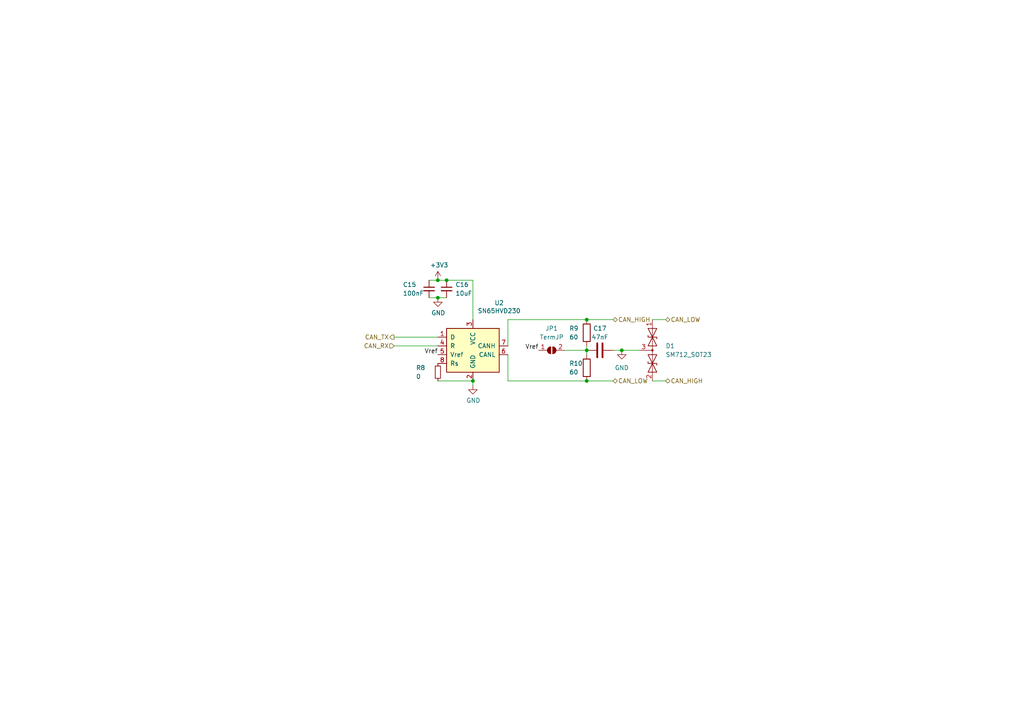
<source format=kicad_sch>
(kicad_sch (version 20231120) (generator "eeschema") (generator_version "8.0")
  (paper "A4")
  (lib_symbols
    (symbol "Device:C" (pin_numbers hide) (pin_names (offset 0.254))
      (property "Reference" "C" (at 0.635 2.54 0))
      (property "Value" "C" (at 0.635 -2.54 0))
      (symbol "C_0_1"
        (polyline (pts (xy -2.032 -0.762) (xy 2.032 -0.762)) (stroke (width 0.508)))
        (polyline (pts (xy -2.032 0.762) (xy 2.032 0.762)) (stroke (width 0.508)))
      )
      (symbol "C_1_1"
        (pin passive line (at 0 3.81 270) (length 2.794) (name "~") (number "1"))
        (pin passive line (at 0 -3.81 90) (length 2.794) (name "~") (number "2"))
      )
    )
    (symbol "Device:C_Small" (pin_numbers hide) (pin_names (offset 0.254) hide)
      (property "Reference" "C" (at 0.254 1.778 0))
      (property "Value" "C_Small" (at 0.254 -2.032 0))
      (symbol "C_Small_0_1"
        (polyline (pts (xy -1.524 -0.508) (xy 1.524 -0.508)) (stroke (width 0.3302)))
        (polyline (pts (xy -1.524 0.508) (xy 1.524 0.508)) (stroke (width 0.3048)))
      )
      (symbol "C_Small_1_1"
        (pin passive line (at 0 2.54 270) (length 2.032) (name "~") (number "1"))
        (pin passive line (at 0 -2.54 90) (length 2.032) (name "~") (number "2"))
      )
    )
    (symbol "Device:R" (pin_numbers hide) (pin_names (offset 0))
      (property "Reference" "R" (at 2.032 0 90))
      (property "Value" "R" (at 0 0 90))
      (symbol "R_0_1"
        (rectangle (start -1.016 -2.54) (end 1.016 2.54) (stroke (width 0.254)))
      )
      (symbol "R_1_1"
        (pin passive line (at 0 3.81 270) (length 1.27) (name "~") (number "1"))
        (pin passive line (at 0 -3.81 90) (length 1.27) (name "~") (number "2"))
      )
    )
    (symbol "Device:R_Small" (pin_numbers hide) (pin_names (offset 0.254) hide)
      (property "Reference" "R" (at 0.762 0.508 0))
      (property "Value" "R_Small" (at 0.762 -1.016 0))
      (symbol "R_Small_0_1"
        (rectangle (start -0.762 1.778) (end 0.762 -1.778) (stroke (width 0.2032)))
      )
      (symbol "R_Small_1_1"
        (pin passive line (at 0 2.54 270) (length 0.762) (name "~") (number "1"))
        (pin passive line (at 0 -2.54 90) (length 0.762) (name "~") (number "2"))
      )
    )
    (symbol "Diode:SM712_SOT23" (pin_names (offset 1.016) hide)
      (property "Reference" "D" (at 0 4.445 0))
      (property "Value" "SM712_SOT23" (at 0 2.54 0))
      (symbol "SM712_SOT23_0_0"
        (polyline (pts (xy 0 -1.27) (xy 0 0)))
      )
      (symbol "SM712_SOT23_0_1"
        (polyline (pts (xy -6.35 0) (xy 6.35 0)))
        (polyline (pts (xy -3.302 1.27) (xy -3.81 1.27) (xy -3.81 -1.27) (xy -4.318 -1.27)) (stroke (width 0.2032)))
        (polyline (pts (xy 4.318 1.27) (xy 3.81 1.27) (xy 3.81 -1.27) (xy 3.302 -1.27)) (stroke (width 0.2032)))
        (polyline (pts (xy -6.35 -1.27) (xy -1.27 1.27) (xy -1.27 -1.27) (xy -6.35 1.27) (xy -6.35 -1.27)) (stroke (width 0.2032)))
        (polyline (pts (xy 1.27 -1.27) (xy 1.27 1.27) (xy 6.35 -1.27) (xy 6.35 1.27) (xy 1.27 -1.27)) (stroke (width 0.2032)))
        (circle (center 0 0) (radius 0.254) (fill (type outline)))
      )
      (symbol "SM712_SOT23_1_1"
        (pin passive line (at -8.89 0 0) (length 2.54) (name "A1") (number "1"))
        (pin passive line (at 8.89 0 180) (length 2.54) (name "A2") (number "2"))
        (pin input line (at 0 -3.81 90) (length 2.54) (name "common") (number "3"))
      )
    )
    (symbol "Interface_CAN_LIN:SN65HVD230" (pin_names (offset 1.016))
      (property "Reference" "U" (at -2.54 10.16 0))
      (property "Value" "SN65HVD230" (at -2.54 7.62 0))
      (symbol "SN65HVD230_0_1"
        (rectangle (start -7.62 5.08) (end 7.62 -7.62) (stroke (width 0.254)) (fill (type background)))
      )
      (symbol "SN65HVD230_1_1"
        (pin input line (at -10.16 2.54 0) (length 2.54) (name "D") (number "1"))
        (pin power_in line (at 0 -10.16 90) (length 2.54) (name "GND") (number "2"))
        (pin power_in line (at 0 7.62 270) (length 2.54) (name "VCC") (number "3"))
        (pin output line (at -10.16 0 0) (length 2.54) (name "R") (number "4"))
        (pin output line (at -10.16 -2.54 0) (length 2.54) (name "Vref") (number "5"))
        (pin bidirectional line (at 10.16 -2.54 180) (length 2.54) (name "CANL") (number "6"))
        (pin bidirectional line (at 10.16 0 180) (length 2.54) (name "CANH") (number "7"))
        (pin input line (at -10.16 -5.08 0) (length 2.54) (name "Rs") (number "8"))
      )
    )
    (symbol "Jumper:SolderJumper_2_Open" (pin_names (offset 0) hide)
      (property "Reference" "JP" (at 0 2.032 0))
      (property "Value" "SolderJumper_2_Open" (at 0 -2.54 0))
      (symbol "SolderJumper_2_Open_0_1"
        (arc (start -0.254 1.016) (mid -1.2656 0) (end -0.254 -1.016))
        (arc (start -0.254 1.016) (mid -1.2656 0) (end -0.254 -1.016) (fill (type outline)))
        (polyline (pts (xy -0.254 1.016) (xy -0.254 -1.016)))
        (polyline (pts (xy 0.254 1.016) (xy 0.254 -1.016)))
        (arc (start 0.254 -1.016) (mid 1.2656 0) (end 0.254 1.016))
        (arc (start 0.254 -1.016) (mid 1.2656 0) (end 0.254 1.016) (fill (type outline)))
      )
      (symbol "SolderJumper_2_Open_1_1"
        (pin passive line (at -3.81 0 0) (length 2.54) (name "A") (number "1"))
        (pin passive line (at 3.81 0 180) (length 2.54) (name "B") (number "2"))
      )
    )
    (symbol "power:+3.3V" (power) (pin_names (offset 0))
      (property "Value" "+3.3V" (at 0 3.556 0))
      (symbol "+3.3V_0_1"
        (polyline (pts (xy -0.762 1.27) (xy 0 2.54)))
        (polyline (pts (xy 0 0) (xy 0 2.54)))
        (polyline (pts (xy 0 2.54) (xy 0.762 1.27)))
      )
      (symbol "+3.3V_1_1"
        (pin power_in line (at 0 0 90) (length 0) hide (name "+3V3") (number "1"))
      )
    )
    (symbol "power:GND" (power) (pin_names (offset 0))
      (property "Value" "GND" (at 0 -3.81 0))
      (symbol "GND_0_1"
        (polyline (pts (xy 0 0) (xy 0 -1.27) (xy 1.27 -1.27) (xy 0 -2.54) (xy -1.27 -1.27) (xy 0 -1.27)))
      )
      (symbol "GND_1_1"
        (pin power_in line (at 0 0 270) (length 0) hide (name "GND") (number "1"))
      )
    )
  )
  (junction (at 127 86.36))
  (junction (at 170.18 101.6))
  (junction (at 127 81.28))
  (junction (at 170.18 92.71))
  (junction (at 180.34 101.6))
  (junction (at 170.18 110.49))
  (junction (at 129.54 81.28))
  (junction (at 137.16 110.49))
  (wire (pts (xy 189.23 110.49) (xy 193.04 110.49)))
  (wire (pts (xy 137.16 81.28) (xy 137.16 92.71)))
  (wire (pts (xy 180.34 101.6) (xy 185.42 101.6)))
  (wire (pts (xy 124.46 86.36) (xy 127 86.36)))
  (wire (pts (xy 147.32 102.87) (xy 147.32 110.49)))
  (wire (pts (xy 127 81.28) (xy 129.54 81.28)))
  (wire (pts (xy 114.3 100.33) (xy 127 100.33)))
  (wire (pts (xy 170.18 110.49) (xy 177.8 110.49)))
  (wire (pts (xy 127 86.36) (xy 129.54 86.36)))
  (wire (pts (xy 170.18 101.6) (xy 170.18 102.87)))
  (wire (pts (xy 189.23 92.71) (xy 193.04 92.71)))
  (wire (pts (xy 114.3 97.79) (xy 127 97.79)))
  (wire (pts (xy 147.32 110.49) (xy 170.18 110.49)))
  (wire (pts (xy 170.18 100.33) (xy 170.18 101.6)))
  (wire (pts (xy 163.83 101.6) (xy 170.18 101.6)))
  (wire (pts (xy 127 110.49) (xy 137.16 110.49)))
  (wire (pts (xy 129.54 81.28) (xy 137.16 81.28)))
  (wire (pts (xy 124.46 81.28) (xy 127 81.28)))
  (wire (pts (xy 170.18 92.71) (xy 177.8 92.71)))
  (wire (pts (xy 137.16 111.76) (xy 137.16 110.49)))
  (wire (pts (xy 147.32 100.33) (xy 147.32 92.71)))
  (wire (pts (xy 180.34 101.6) (xy 177.8 101.6)))
  (wire (pts (xy 147.32 92.71) (xy 170.18 92.71)))
  (label "Vref" (at 127 102.87 180))
  (label "Vref" (at 156.21 101.6 180))
  (hierarchical_label "CAN_RX" (shape input) (at 114.3 100.33 180))
  (hierarchical_label "CAN_HIGH" (shape bidirectional) (at 177.8 92.71 0))
  (hierarchical_label "CAN_TX" (shape output) (at 114.3 97.79 180))
  (hierarchical_label "CAN_HIGH" (shape bidirectional) (at 193.04 110.49 0))
  (hierarchical_label "CAN_LOW" (shape bidirectional) (at 193.04 92.71 0))
  (hierarchical_label "CAN_LOW" (shape bidirectional) (at 177.8 110.49 0))
  (symbol (lib_id "power:GND") (at 137.16 111.76 0) (unit 1)
    (property "Reference" "#PWR026" (effects (hide yes)))
    (property "Value" "GND" (at 137.287 116.1542 0))
  )
  (symbol (lib_id "power:+3.3V") (at 127 81.28 0) (unit 1)
    (property "Reference" "#PWR024" (effects (hide yes)))
    (property "Value" "+3V3" (at 127.381 76.8858 0))
  )
  (symbol (lib_id "Interface_CAN_LIN:SN65HVD230") (at 137.16 100.33 0) (unit 1)
    (property "Reference" "U2" (at 144.78 87.8586 0))
    (property "Value" "SN65HVD230" (at 144.78 90.17 0))
    (property "Footprint" "Package_SO:SOIC-8_3.9x4.9mm_P1.27mm" (effects (hide yes)))
    (property "Datasheet" "http://www.ti.com/lit/ds/symlink/sn65hvd230.pdf" (effects (hide yes)))
  )
  (symbol (lib_id "Device:C_Small") (at 129.54 83.82 0) (unit 1)
    (property "Reference" "C16" (at 132.08 82.5562 0) (effects (justify left)))
    (property "Value" "10uF" (at 132.08 85.0962 0) (effects (justify left)))
    (property "Footprint" "Capacitor_SMD:C_0402_1005Metric" (effects (hide yes)))
  )
  (symbol (lib_id "Diode:SM712_SOT23") (at 189.23 101.6 270) (unit 1)
    (property "Reference" "D1" (at 193.04 100.33 90) (effects (justify left)))
    (property "Value" "SM712_SOT23" (at 193.04 102.87 90) (effects (justify left)))
    (property "Footprint" "Package_TO_SOT_SMD:SOT-23" (effects (hide yes)))
    (property "Datasheet" "https://www.littelfuse.com/~/media/electronics/datasheets/tvs_diode_arrays/littelfuse_tvs_diode_array_sm712_datasheet.pdf.pdf" (effects (hide yes)))
  )
  (symbol (lib_id "power:GND") (at 180.34 101.6 0) (unit 1)
    (property "Reference" "#PWR027" (effects (hide yes)))
    (property "Value" "GND" (at 180.34 106.68 0))
  )
  (symbol (lib_id "Device:C_Small") (at 124.46 83.82 0) (unit 1)
    (property "Reference" "C15" (at 116.84 82.55 0) (effects (justify left)))
    (property "Value" "100nF" (at 116.84 85.09 0) (effects (justify left)))
    (property "Footprint" "Capacitor_SMD:C_0402_1005Metric" (effects (hide yes)))
  )
  (symbol (lib_id "Device:R_Small") (at 127 107.95 0) (unit 1)
    (property "Reference" "R8" (at 120.65 106.68 0) (effects (justify left)))
    (property "Value" "0" (at 120.65 109.22 0) (effects (justify left)))
    (property "Footprint" "Resistor_SMD:R_0603_1608Metric" (effects (hide yes)))
  )
  (symbol (lib_id "Device:R") (at 170.18 106.68 0) (unit 1)
    (property "Reference" "R10" (at 165.1 105.41 0) (effects (justify left)))
    (property "Value" "60" (at 165.1 107.95 0) (effects (justify left)))
    (property "Footprint" "Resistor_SMD:R_0603_1608Metric" (effects (hide yes)))
  )
  (symbol (lib_id "Device:R") (at 170.18 96.52 0) (unit 1)
    (property "Reference" "R9" (at 165.1 95.25 0) (effects (justify left)))
    (property "Value" "60" (at 165.1 97.79 0) (effects (justify left)))
    (property "Footprint" "Resistor_SMD:R_0603_1608Metric" (effects (hide yes)))
  )
  (symbol (lib_id "Device:C") (at 173.99 101.6 90) (unit 1)
    (property "Reference" "C17" (at 173.99 95.25 90))
    (property "Value" "47nF" (at 173.99 97.79 90))
    (property "Footprint" "Capacitor_SMD:C_0402_1005Metric" (effects (hide yes)))
  )
  (symbol (lib_id "power:GND") (at 127 86.36 0) (unit 1)
    (property "Reference" "#PWR025" (effects (hide yes)))
    (property "Value" "GND" (at 127.127 90.7542 0))
  )
  (symbol (lib_id "Jumper:SolderJumper_2_Open") (at 160.02 101.6 0) (unit 1)
    (property "Reference" "JP1" (at 160.02 95.25 0))
    (property "Value" "TermJP" (at 160.02 97.79 0))
    (property "Footprint" "Jumper:SolderJumper-2_P1.3mm_Open_RoundedPad1.0x1.5mm" (effects (hide yes)))
  )
)
</source>
